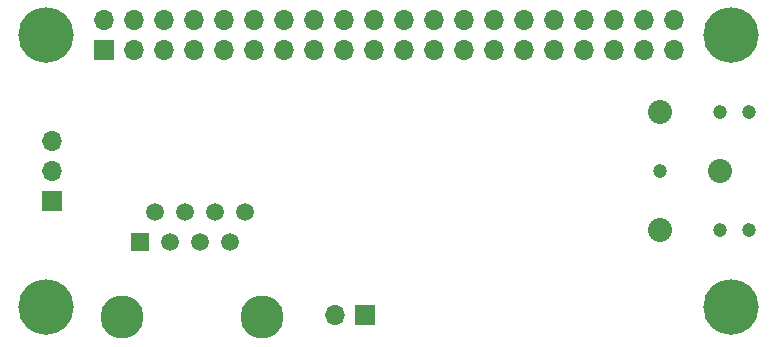
<source format=gbs>
G04 #@! TF.FileFunction,Soldermask,Bot*
%FSLAX46Y46*%
G04 Gerber Fmt 4.6, Leading zero omitted, Abs format (unit mm)*
G04 Created by KiCad (PCBNEW 4.0.7) date Fri Mar  9 15:06:21 2018*
%MOMM*%
%LPD*%
G01*
G04 APERTURE LIST*
%ADD10C,0.025400*%
%ADD11C,2.032000*%
%ADD12C,1.193800*%
%ADD13C,3.650000*%
%ADD14R,1.500000X1.500000*%
%ADD15C,1.500000*%
%ADD16R,1.700000X1.700000*%
%ADD17O,1.700000X1.700000*%
%ADD18C,4.700000*%
G04 APERTURE END LIST*
D10*
D11*
X180500000Y-70000000D03*
X185500000Y-65000000D03*
X180500000Y-60000000D03*
D12*
X185500000Y-70000000D03*
X185500000Y-60000000D03*
X180500000Y-65000000D03*
X188000000Y-70000000D03*
X188000000Y-60000000D03*
D13*
X146800000Y-77350000D03*
X134930000Y-77350000D03*
D14*
X136420000Y-71000000D03*
D15*
X137690000Y-68460000D03*
X138960000Y-71000000D03*
X140230000Y-68460000D03*
X141500000Y-71000000D03*
X142770000Y-68460000D03*
X144040000Y-71000000D03*
X145310000Y-68460000D03*
D16*
X129000000Y-67540000D03*
D17*
X129000000Y-65000000D03*
X129000000Y-62460000D03*
D16*
X133370000Y-54770000D03*
D17*
X133370000Y-52230000D03*
X135910000Y-54770000D03*
X135910000Y-52230000D03*
X138450000Y-54770000D03*
X138450000Y-52230000D03*
X140990000Y-54770000D03*
X140990000Y-52230000D03*
X143530000Y-54770000D03*
X143530000Y-52230000D03*
X146070000Y-54770000D03*
X146070000Y-52230000D03*
X148610000Y-54770000D03*
X148610000Y-52230000D03*
X151150000Y-54770000D03*
X151150000Y-52230000D03*
X153690000Y-54770000D03*
X153690000Y-52230000D03*
X156230000Y-54770000D03*
X156230000Y-52230000D03*
X158770000Y-54770000D03*
X158770000Y-52230000D03*
X161310000Y-54770000D03*
X161310000Y-52230000D03*
X163850000Y-54770000D03*
X163850000Y-52230000D03*
X166390000Y-54770000D03*
X166390000Y-52230000D03*
X168930000Y-54770000D03*
X168930000Y-52230000D03*
X171470000Y-54770000D03*
X171470000Y-52230000D03*
X174010000Y-54770000D03*
X174010000Y-52230000D03*
X176550000Y-54770000D03*
X176550000Y-52230000D03*
X179090000Y-54770000D03*
X179090000Y-52230000D03*
X181630000Y-54770000D03*
X181630000Y-52230000D03*
D18*
X128500000Y-53500000D03*
X128500000Y-76500000D03*
X186500000Y-53500000D03*
X186500000Y-76500000D03*
D16*
X155467180Y-77142320D03*
D17*
X152927180Y-77142320D03*
M02*

</source>
